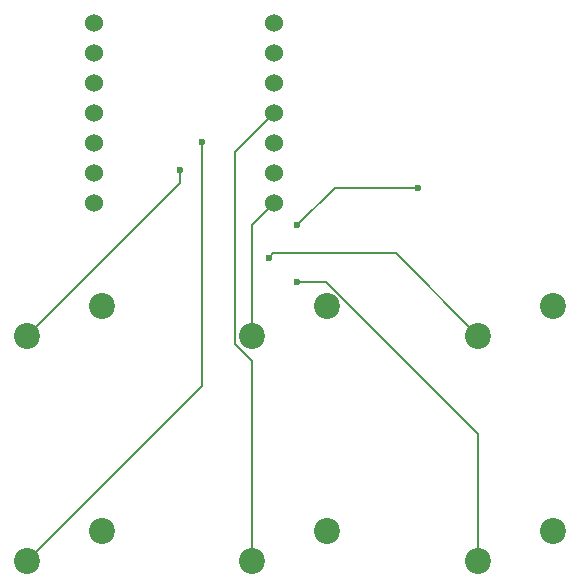
<source format=gbr>
%TF.GenerationSoftware,KiCad,Pcbnew,9.0.2*%
%TF.CreationDate,2025-07-08T20:10:03-07:00*%
%TF.ProjectId,Hackpad,4861636b-7061-4642-9e6b-696361645f70,rev?*%
%TF.SameCoordinates,Original*%
%TF.FileFunction,Copper,L2,Bot*%
%TF.FilePolarity,Positive*%
%FSLAX46Y46*%
G04 Gerber Fmt 4.6, Leading zero omitted, Abs format (unit mm)*
G04 Created by KiCad (PCBNEW 9.0.2) date 2025-07-08 20:10:03*
%MOMM*%
%LPD*%
G01*
G04 APERTURE LIST*
%TA.AperFunction,ComponentPad*%
%ADD10C,2.200000*%
%TD*%
%TA.AperFunction,ComponentPad*%
%ADD11C,1.524000*%
%TD*%
%TA.AperFunction,ViaPad*%
%ADD12C,0.600000*%
%TD*%
%TA.AperFunction,Conductor*%
%ADD13C,0.200000*%
%TD*%
G04 APERTURE END LIST*
D10*
%TO.P,SW6,1,1*%
%TO.N,GND*%
X183650000Y-130651250D03*
%TO.P,SW6,2,2*%
%TO.N,Net-(U1-GPIO7{slash}SCL)*%
X177300000Y-133191250D03*
%TD*%
%TO.P,SW5,1,1*%
%TO.N,GND*%
X183650000Y-111601250D03*
%TO.P,SW5,2,2*%
%TO.N,Net-(U1-GPIO0{slash}TX)*%
X177300000Y-114141250D03*
%TD*%
D11*
%TO.P,U1,14,VBUS*%
%TO.N,+5V*%
X160020000Y-87630000D03*
%TO.P,U1,13,GND*%
%TO.N,GND*%
X160020000Y-90170000D03*
%TO.P,U1,12,3V3*%
%TO.N,unconnected-(U1-3V3-Pad12)*%
X160020000Y-92710000D03*
%TO.P,U1,11,GPIO3/MOSI*%
%TO.N,Net-(U1-GPIO3{slash}MOSI)*%
X160020000Y-95250000D03*
%TO.P,U1,10,GPIO4/MISO*%
%TO.N,Net-(U1-GPIO4{slash}MISO)*%
X160020000Y-97790000D03*
%TO.P,U1,9,GPIO2/SCK*%
%TO.N,Net-(U1-GPIO2{slash}SCK)*%
X160020000Y-100330000D03*
%TO.P,U1,8,GPIO1/RX*%
%TO.N,Net-(U1-GPIO1{slash}RX)*%
X160020000Y-102870000D03*
%TO.P,U1,7,GPIO0/TX*%
%TO.N,Net-(U1-GPIO0{slash}TX)*%
X144780000Y-102870000D03*
%TO.P,U1,6,GPIO7/SCL*%
%TO.N,Net-(U1-GPIO7{slash}SCL)*%
X144780000Y-100330000D03*
%TO.P,U1,5,GPIO6/SDA*%
%TO.N,Net-(D1-DIN)*%
X144780000Y-97790000D03*
%TO.P,U1,4,GPIO29/ADC3/A3*%
%TO.N,unconnected-(U1-GPIO29{slash}ADC3{slash}A3-Pad4)*%
X144780000Y-95250000D03*
%TO.P,U1,3,GPIO28/ADC2/A2*%
%TO.N,unconnected-(U1-GPIO28{slash}ADC2{slash}A2-Pad3)*%
X144780000Y-92710000D03*
%TO.P,U1,2,GPIO27/ADC1/A1*%
%TO.N,unconnected-(U1-GPIO27{slash}ADC1{slash}A1-Pad2)*%
X144780000Y-90170000D03*
%TO.P,U1,1,GPIO26/ADC0/A0*%
%TO.N,unconnected-(U1-GPIO26{slash}ADC0{slash}A0-Pad1)*%
X144780000Y-87630000D03*
%TD*%
D10*
%TO.P,SW4,1,1*%
%TO.N,GND*%
X164465000Y-130651250D03*
%TO.P,SW4,2,2*%
%TO.N,Net-(U1-GPIO3{slash}MOSI)*%
X158115000Y-133191250D03*
%TD*%
%TO.P,SW3,1,1*%
%TO.N,GND*%
X145415000Y-130651250D03*
%TO.P,SW3,2,2*%
%TO.N,Net-(U1-GPIO4{slash}MISO)*%
X139065000Y-133191250D03*
%TD*%
%TO.P,SW2,1,1*%
%TO.N,GND*%
X145415000Y-111601250D03*
%TO.P,SW2,2,2*%
%TO.N,Net-(U1-GPIO2{slash}SCK)*%
X139065000Y-114141250D03*
%TD*%
%TO.P,SW1,1,1*%
%TO.N,GND*%
X164465000Y-111601250D03*
%TO.P,SW1,2,2*%
%TO.N,Net-(U1-GPIO1{slash}RX)*%
X158115000Y-114141250D03*
%TD*%
D12*
%TO.N,Net-(D1-DIN)*%
X161925000Y-104775000D03*
X172187500Y-101575000D03*
%TO.N,Net-(U1-GPIO7{slash}SCL)*%
X161925000Y-109537500D03*
%TO.N,Net-(U1-GPIO0{slash}TX)*%
X159543750Y-107527845D03*
%TO.N,Net-(U1-GPIO4{slash}MISO)*%
X153900000Y-97700000D03*
%TO.N,Net-(U1-GPIO2{slash}SCK)*%
X152000000Y-100100000D03*
%TD*%
D13*
%TO.N,Net-(D1-DIN)*%
X172187500Y-101575000D02*
X165125000Y-101575000D01*
X165125000Y-101575000D02*
X161925000Y-104775000D01*
%TO.N,Net-(U1-GPIO0{slash}TX)*%
X159915345Y-107156250D02*
X170315000Y-107156250D01*
X159543750Y-107527845D02*
X159915345Y-107156250D01*
X170315000Y-107156250D02*
X177300000Y-114141250D01*
%TO.N,Net-(U1-GPIO7{slash}SCL)*%
X177300000Y-122454936D02*
X164382564Y-109537500D01*
X177300000Y-133191250D02*
X177300000Y-122454936D01*
X164382564Y-109537500D02*
X161925000Y-109537500D01*
%TO.N,Net-(U1-GPIO1{slash}RX)*%
X158115000Y-104775000D02*
X160020000Y-102870000D01*
%TO.N,Net-(U1-GPIO2{slash}SCK)*%
X152000000Y-100100000D02*
X152100000Y-100000000D01*
X152000000Y-101206250D02*
X152000000Y-100100000D01*
%TO.N,Net-(U1-GPIO4{slash}MISO)*%
X153900000Y-97500000D02*
X153900000Y-97700000D01*
%TO.N,Net-(U1-GPIO3{slash}MOSI)*%
X156714000Y-98556000D02*
X160020000Y-95250000D01*
%TO.N,Net-(U1-GPIO4{slash}MISO)*%
X139065000Y-133191250D02*
X153900000Y-118356250D01*
X153900000Y-118356250D02*
X153900000Y-97700000D01*
%TO.N,Net-(U1-GPIO2{slash}SCK)*%
X139065000Y-114141250D02*
X152000000Y-101206250D01*
%TO.N,Net-(U1-GPIO1{slash}RX)*%
X158115000Y-114141250D02*
X158115000Y-104775000D01*
%TO.N,Net-(U1-GPIO3{slash}MOSI)*%
X156714000Y-114851780D02*
X156714000Y-98556000D01*
X158115000Y-116252780D02*
X156714000Y-114851780D01*
X158115000Y-133191250D02*
X158115000Y-116252780D01*
%TD*%
M02*

</source>
